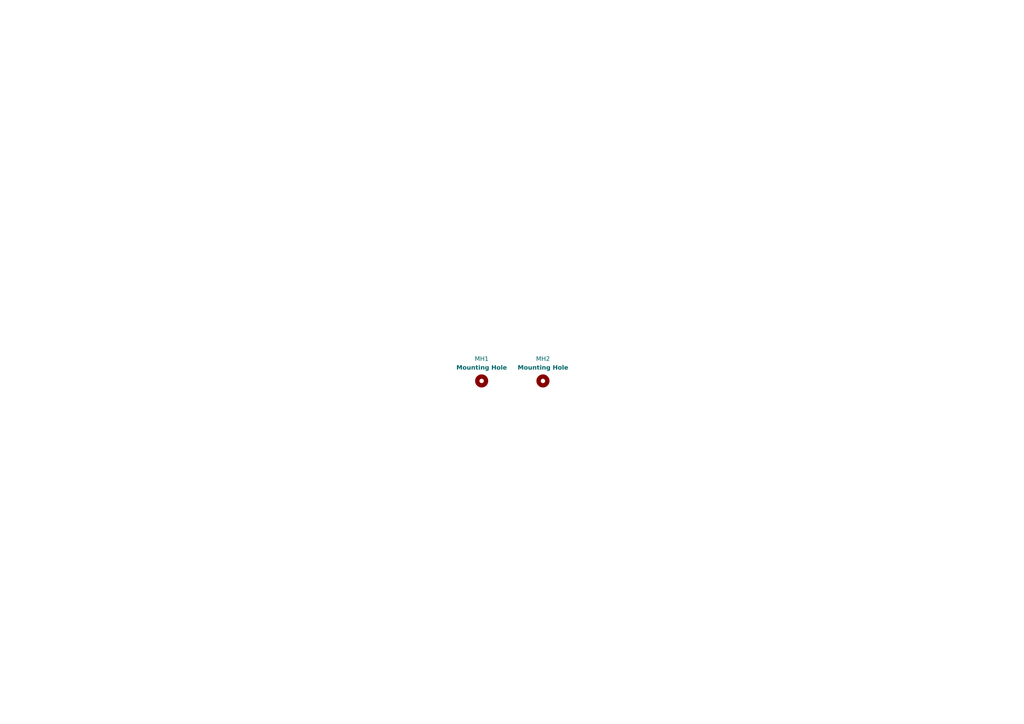
<source format=kicad_sch>
(kicad_sch
	(version 20231120)
	(generator "eeschema")
	(generator_version "8.0")
	(uuid "0dc845f0-f8e9-43ac-bdcd-a36b415944a8")
	(paper "A4")
	(title_block
		(title "Artsey Ergo")
		(date "2024-12-07")
		(rev "v1.0.0")
		(company "TMShader")
		(comment 9 "Artsey Ergo")
	)
	(lib_symbols
		(symbol "Mechanical:MountingHole"
			(pin_names
				(offset 1.016)
			)
			(exclude_from_sim yes)
			(in_bom no)
			(on_board yes)
			(property "Reference" "H"
				(at 0 5.08 0)
				(effects
					(font
						(size 1.27 1.27)
					)
				)
			)
			(property "Value" "MountingHole"
				(at 0 3.175 0)
				(effects
					(font
						(size 1.27 1.27)
					)
				)
			)
			(property "Footprint" ""
				(at 0 0 0)
				(effects
					(font
						(size 1.27 1.27)
					)
					(hide yes)
				)
			)
			(property "Datasheet" "~"
				(at 0 0 0)
				(effects
					(font
						(size 1.27 1.27)
					)
					(hide yes)
				)
			)
			(property "Description" "Mounting Hole without connection"
				(at 0 0 0)
				(effects
					(font
						(size 1.27 1.27)
					)
					(hide yes)
				)
			)
			(property "ki_keywords" "mounting hole"
				(at 0 0 0)
				(effects
					(font
						(size 1.27 1.27)
					)
					(hide yes)
				)
			)
			(property "ki_fp_filters" "MountingHole*"
				(at 0 0 0)
				(effects
					(font
						(size 1.27 1.27)
					)
					(hide yes)
				)
			)
			(symbol "MountingHole_0_1"
				(circle
					(center 0 0)
					(radius 1.27)
					(stroke
						(width 1.27)
						(type default)
					)
					(fill
						(type none)
					)
				)
			)
		)
	)
	(text "${SHEETNAME}\n"
		(exclude_from_sim no)
		(at 19.05 25.4 0)
		(effects
			(font
				(face "Lexend")
				(size 8 8)
				(thickness 1.6256)
				(bold yes)
			)
			(justify left top)
		)
		(uuid "764ae573-999e-41f2-a221-e92b0f8eac51")
	)
	(symbol
		(lib_id "Mechanical:MountingHole")
		(at 157.48 110.49 0)
		(unit 1)
		(exclude_from_sim yes)
		(in_bom no)
		(on_board yes)
		(dnp no)
		(uuid "450ec9a1-e9e0-413d-9582-ed6f0b03c6ae")
		(property "Reference" "MH2"
			(at 157.48 104.14 0)
			(effects
				(font
					(face "Lexend")
					(size 1.27 1.27)
				)
			)
		)
		(property "Value" "Mounting Hole"
			(at 157.48 106.68 0)
			(effects
				(font
					(face "Lexend")
					(size 1.27 1.27)
					(thickness 0.254)
					(bold yes)
				)
			)
		)
		(property "Footprint" "Artsey_Ergo:mounting_hole"
			(at 157.48 110.49 0)
			(effects
				(font
					(size 1.27 1.27)
				)
				(hide yes)
			)
		)
		(property "Datasheet" "~"
			(at 157.48 110.49 0)
			(effects
				(font
					(size 1.27 1.27)
				)
				(hide yes)
			)
		)
		(property "Description" "Mounting Hole without connection"
			(at 157.48 110.49 0)
			(effects
				(font
					(size 1.27 1.27)
				)
				(hide yes)
			)
		)
		(instances
			(project "artsey_ergo"
				(path "/b0cc1372-dd77-4c7b-80f4-446de8540008/24081743-b7db-4273-9c5a-be72845f7f51/71a11289-8d29-4ddc-b2f7-16a8f56cf1f2"
					(reference "MH2")
					(unit 1)
				)
			)
		)
	)
	(symbol
		(lib_id "Mechanical:MountingHole")
		(at 139.7 110.49 0)
		(unit 1)
		(exclude_from_sim yes)
		(in_bom no)
		(on_board yes)
		(dnp no)
		(uuid "bf68c322-9edd-4f4b-b0aa-09a4209e6a49")
		(property "Reference" "MH1"
			(at 139.7 104.14 0)
			(effects
				(font
					(face "Lexend")
					(size 1.27 1.27)
				)
			)
		)
		(property "Value" "Mounting Hole"
			(at 139.7 106.68 0)
			(effects
				(font
					(face "Lexend")
					(size 1.27 1.27)
					(thickness 0.254)
					(bold yes)
				)
			)
		)
		(property "Footprint" "Artsey_Ergo:mounting_hole"
			(at 139.7 110.49 0)
			(effects
				(font
					(size 1.27 1.27)
				)
				(hide yes)
			)
		)
		(property "Datasheet" "~"
			(at 139.7 110.49 0)
			(effects
				(font
					(size 1.27 1.27)
				)
				(hide yes)
			)
		)
		(property "Description" "Mounting Hole without connection"
			(at 139.7 110.49 0)
			(effects
				(font
					(size 1.27 1.27)
				)
				(hide yes)
			)
		)
		(instances
			(project ""
				(path "/b0cc1372-dd77-4c7b-80f4-446de8540008/24081743-b7db-4273-9c5a-be72845f7f51/71a11289-8d29-4ddc-b2f7-16a8f56cf1f2"
					(reference "MH1")
					(unit 1)
				)
			)
		)
	)
)

</source>
